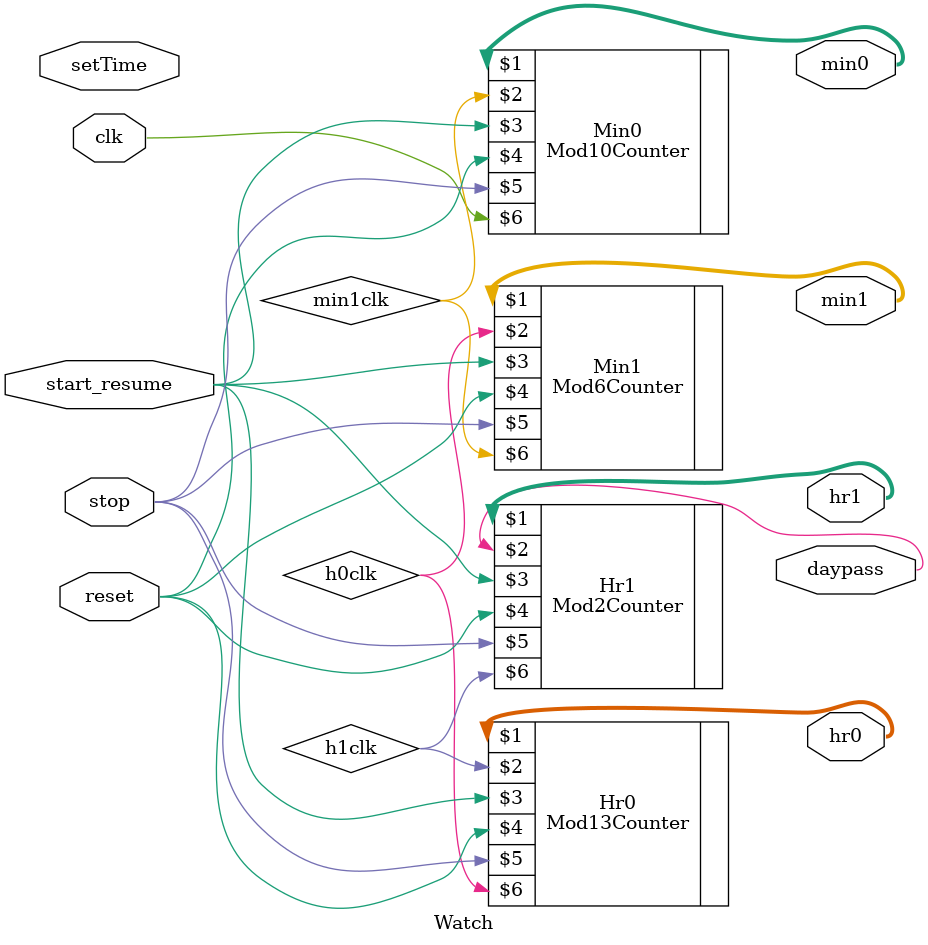
<source format=v>
`include "Mod6Counter.v"
`include "Mod10Counter.v"
`include "Mod2Counter.v"//hour 1 digit
`include "Mod13Counter.v" //hour 0 digit

module Watch (
  output wire[3:0] hr1, hr0, min1, min0,
  output daypass,
  input start_resume,reset, stop, clk, setTime
);


wire min1clk, h0clk, h1clk;

Mod10Counter Min0(min0,min1clk,start_resume,reset,stop,clk);
Mod6Counter Min1(min1,h0clk,start_resume,reset,stop,min1clk);
Mod13Counter Hr0(hr0,h1clk,start_resume,reset,stop,h0clk);
Mod2Counter Hr1(hr1,daypass,start_resume,reset,stop,h1clk);
  
endmodule

</source>
